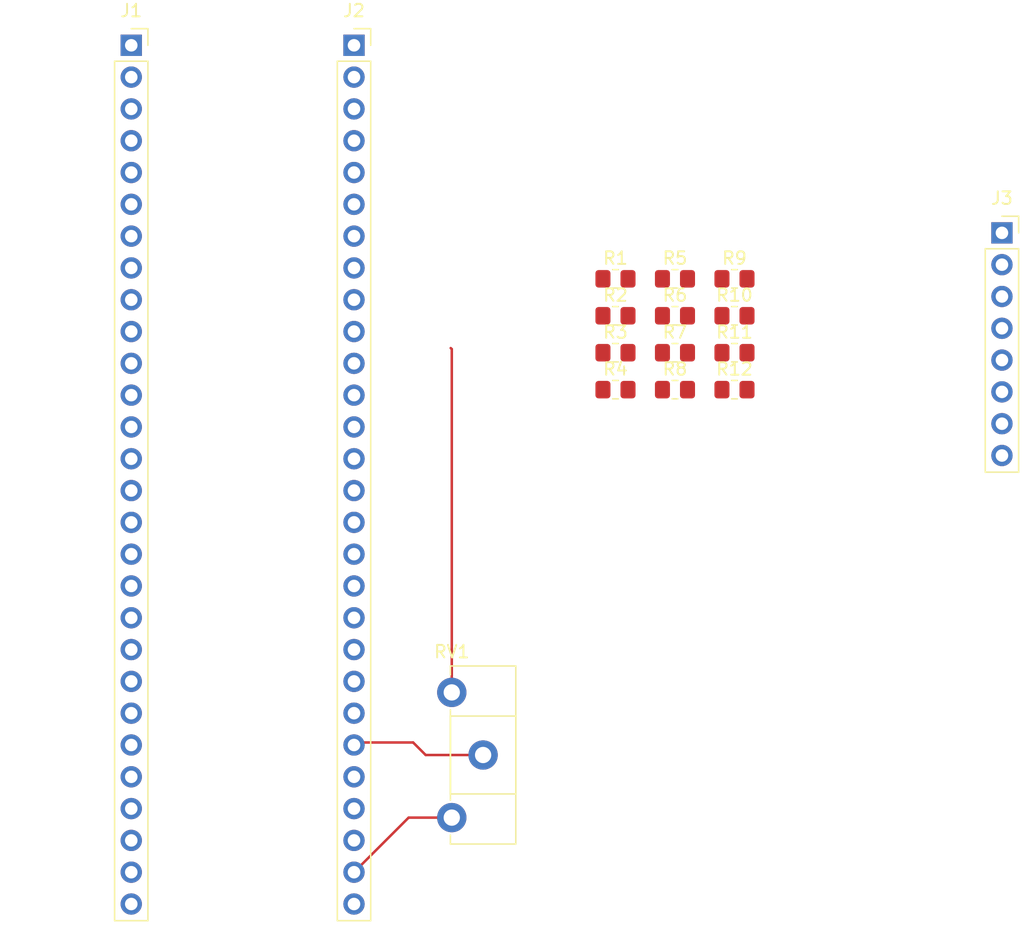
<source format=kicad_pcb>
(kicad_pcb (version 20241229) (generator "pcbnew") (generator_version "9.0")
  (layers (0 "F.Cu" signal) (2 "B.Cu" signal) (13 "F.Paste" user) (15 "B.Paste" user) (5 "F.SilkS" user "F.Silkscreen") (7 "B.SilkS" user "B.Silkscreen") (1 "F.Mask" user) (3 "B.Mask" user) (25 "Edge.Cuts" user))
  (net 0 "")
  (net 2 "GPIO0")
  (net 21 "+3.3V")
  (net 22 "+5V")
  (net 38 "Net-(J2-Pin_23)")
  (net 49 "Net-(J3-Pin_4)")
  (net 50 "Net-(J3-Pin_8)")
  (net 51 "Net-(J3-Pin_5)")
  (net 52 "Net-(J3-Pin_2)")
  (net 53 "Net-(J3-Pin_3)")
  (net 54 "Net-(J3-Pin_1)")
  (net 55 "Net-(J3-Pin_6)")
  (net 56 "Net-(J3-Pin_7)")
  (net 65 "GND")
  (footprint "Connector_PinSocket_2.54mm:PinSocket_1x28_P2.54mm_Vertical" (layer "F.Cu") (at 37.5 47.32)
    (property "Reference" "J1" (at 0 -2.77 0) (layer "F.SilkS"))
    (property "Value" "PROTON_CONN_LEFT")
    (fp_line (start -1.33 1.27) (end -1.33 69.91) (stroke (width 0.12)) (layer "F.SilkS"))
    (fp_line (start -1.33 1.27) (end 1.33 1.27) (stroke (width 0.12)) (layer "F.SilkS"))
    (fp_line (start -1.33 69.91) (end 1.33 69.91) (stroke (width 0.12)) (layer "F.SilkS"))
    (fp_line (start 0 -1.33) (end 1.33 -1.33) (stroke (width 0.12)) (layer "F.SilkS"))
    (fp_line (start 1.33 -1.33) (end 1.33 0) (stroke (width 0.12)) (layer "F.SilkS"))
    (fp_line (start 1.33 1.27) (end 1.33 69.91) (stroke (width 0.12)) (layer "F.SilkS"))
    (pad "1" thru_hole rect (at 0 0) (size 1.7 1.7) (drill 1) (layers "*.Cu" "*.Mask") (net 22 "+5V"))
    (pad "2" thru_hole circle (at 0 2.54) (size 1.7 1.7) (drill 1) (layers "*.Cu" "*.Mask") (net 21 "+3.3V"))
    (pad "3" thru_hole circle (at 0 5.08) (size 1.7 1.7) (drill 1) (layers "*.Cu" "*.Mask") (net 2 "GPIO0"))
    (pad "4" thru_hole circle (at 0 7.62) (size 1.7 1.7) (drill 1) (layers "*.Cu" "*.Mask"))
    (pad "5" thru_hole circle (at 0 10.16) (size 1.7 1.7) (drill 1) (layers "*.Cu" "*.Mask"))
    (pad "6" thru_hole circle (at 0 12.7) (size 1.7 1.7) (drill 1) (layers "*.Cu" "*.Mask"))
    (pad "7" thru_hole circle (at 0 15.24) (size 1.7 1.7) (drill 1) (layers "*.Cu" "*.Mask"))
    (pad "8" thru_hole circle (at 0 17.78) (size 1.7 1.7) (drill 1) (layers "*.Cu" "*.Mask"))
    (pad "9" thru_hole circle (at 0 20.32) (size 1.7 1.7) (drill 1) (layers "*.Cu" "*.Mask"))
    (pad "10" thru_hole circle (at 0 22.86) (size 1.7 1.7) (drill 1) (layers "*.Cu" "*.Mask"))
    (pad "11" thru_hole circle (at 0 25.4) (size 1.7 1.7) (drill 1) (layers "*.Cu" "*.Mask"))
    (pad "12" thru_hole circle (at 0 27.94) (size 1.7 1.7) (drill 1) (layers "*.Cu" "*.Mask"))
    (pad "13" thru_hole circle (at 0 30.48) (size 1.7 1.7) (drill 1) (layers "*.Cu" "*.Mask"))
    (pad "14" thru_hole circle (at 0 33.02) (size 1.7 1.7) (drill 1) (layers "*.Cu" "*.Mask"))
    (pad "15" thru_hole circle (at 0 35.56) (size 1.7 1.7) (drill 1) (layers "*.Cu" "*.Mask"))
    (pad "16" thru_hole circle (at 0 38.1) (size 1.7 1.7) (drill 1) (layers "*.Cu" "*.Mask"))
    (pad "17" thru_hole circle (at 0 40.64) (size 1.7 1.7) (drill 1) (layers "*.Cu" "*.Mask"))
    (pad "18" thru_hole circle (at 0 43.18) (size 1.7 1.7) (drill 1) (layers "*.Cu" "*.Mask"))
    (pad "19" thru_hole circle (at 0 45.72) (size 1.7 1.7) (drill 1) (layers "*.Cu" "*.Mask"))
    (pad "20" thru_hole circle (at 0 48.26) (size 1.7 1.7) (drill 1) (layers "*.Cu" "*.Mask"))
    (pad "21" thru_hole circle (at 0 50.8) (size 1.7 1.7) (drill 1) (layers "*.Cu" "*.Mask"))
    (pad "22" thru_hole circle (at 0 53.34) (size 1.7 1.7) (drill 1) (layers "*.Cu" "*.Mask"))
    (pad "23" thru_hole circle (at 0 55.88) (size 1.7 1.7) (drill 1) (layers "*.Cu" "*.Mask"))
    (pad "24" thru_hole circle (at 0 58.42) (size 1.7 1.7) (drill 1) (layers "*.Cu" "*.Mask"))
    (pad "25" thru_hole circle (at 0 60.96) (size 1.7 1.7) (drill 1) (layers "*.Cu" "*.Mask"))
    (pad "26" thru_hole circle (at 0 63.5) (size 1.7 1.7) (drill 1) (layers "*.Cu" "*.Mask"))
    (pad "27" thru_hole circle (at 0 66.04) (size 1.7 1.7) (drill 1) (layers "*.Cu" "*.Mask"))
    (pad "28" thru_hole circle (at 0 68.58) (size 1.7 1.7) (drill 1) (layers "*.Cu" "*.Mask"))
  )
  (footprint "Resistor_SMD:R_0805_2012Metric_Pad1.20x1.40mm_HandSolder" (layer "F.Cu") (at 80.9 71.87)
    (property "Reference" "R7" (at 0 -1.65 0) (layer "F.SilkS"))
    (property "Value" "1k")
    (fp_line (start -0.227064 -0.735) (end 0.227064 -0.735) (stroke (width 0.12)) (layer "F.SilkS"))
    (fp_line (start -0.227064 0.735) (end 0.227064 0.735) (stroke (width 0.12)) (layer "F.SilkS"))
    (pad "1" smd roundrect (at -1 0) (size 1.2 1.4) (layers "F.Cu" "F.Mask" "F.Paste") (roundrect_rratio 0.208333))
    (pad "2" smd roundrect (at 1 0) (size 1.2 1.4) (layers "F.Cu" "F.Mask" "F.Paste") (roundrect_rratio 0.208333) (net 52 "Net-(J3-Pin_2)"))
  )
  (footprint "Resistor_SMD:R_0805_2012Metric_Pad1.20x1.40mm_HandSolder" (layer "F.Cu") (at 76.15 74.82)
    (property "Reference" "R4" (at 0 -1.65 0) (layer "F.SilkS"))
    (property "Value" "1k")
    (fp_line (start -0.227064 -0.735) (end 0.227064 -0.735) (stroke (width 0.12)) (layer "F.SilkS"))
    (fp_line (start -0.227064 0.735) (end 0.227064 0.735) (stroke (width 0.12)) (layer "F.SilkS"))
    (pad "1" smd roundrect (at -1 0) (size 1.2 1.4) (layers "F.Cu" "F.Mask" "F.Paste") (roundrect_rratio 0.208333))
    (pad "2" smd roundrect (at 1 0) (size 1.2 1.4) (layers "F.Cu" "F.Mask" "F.Paste") (roundrect_rratio 0.208333) (net 51 "Net-(J3-Pin_5)"))
  )
  (footprint "Resistor_SMD:R_0805_2012Metric_Pad1.20x1.40mm_HandSolder" (layer "F.Cu") (at 80.9 68.92)
    (property "Reference" "R6" (at 0 -1.65 0) (layer "F.SilkS"))
    (property "Value" "1k")
    (fp_line (start -0.227064 -0.735) (end 0.227064 -0.735) (stroke (width 0.12)) (layer "F.SilkS"))
    (fp_line (start -0.227064 0.735) (end 0.227064 0.735) (stroke (width 0.12)) (layer "F.SilkS"))
    (pad "1" smd roundrect (at -1 0) (size 1.2 1.4) (layers "F.Cu" "F.Mask" "F.Paste") (roundrect_rratio 0.208333))
    (pad "2" smd roundrect (at 1 0) (size 1.2 1.4) (layers "F.Cu" "F.Mask" "F.Paste") (roundrect_rratio 0.208333) (net 53 "Net-(J3-Pin_3)"))
  )
  (footprint "Resistor_SMD:R_0805_2012Metric_Pad1.20x1.40mm_HandSolder" (layer "F.Cu") (at 85.65 71.87)
    (property "Reference" "R11" (at 0 -1.65 0) (layer "F.SilkS"))
    (property "Value" "10k")
    (fp_line (start -0.227064 -0.735) (end 0.227064 -0.735) (stroke (width 0.12)) (layer "F.SilkS"))
    (fp_line (start -0.227064 0.735) (end 0.227064 0.735) (stroke (width 0.12)) (layer "F.SilkS"))
    (pad "1" smd roundrect (at -1 0) (size 1.2 1.4) (layers "F.Cu" "F.Mask" "F.Paste") (roundrect_rratio 0.208333) (net 65 "GND"))
    (pad "2" smd roundrect (at 1 0) (size 1.2 1.4) (layers "F.Cu" "F.Mask" "F.Paste") (roundrect_rratio 0.208333) (net 50 "Net-(J3-Pin_8)"))
  )
  (footprint "Resistor_SMD:R_0805_2012Metric_Pad1.20x1.40mm_HandSolder" (layer "F.Cu") (at 80.9 65.97)
    (property "Reference" "R5" (at 0 -1.65 0) (layer "F.SilkS"))
    (property "Value" "1k")
    (fp_line (start -0.227064 -0.735) (end 0.227064 -0.735) (stroke (width 0.12)) (layer "F.SilkS"))
    (fp_line (start -0.227064 0.735) (end 0.227064 0.735) (stroke (width 0.12)) (layer "F.SilkS"))
    (pad "1" smd roundrect (at -1 0) (size 1.2 1.4) (layers "F.Cu" "F.Mask" "F.Paste") (roundrect_rratio 0.208333))
    (pad "2" smd roundrect (at 1 0) (size 1.2 1.4) (layers "F.Cu" "F.Mask" "F.Paste") (roundrect_rratio 0.208333) (net 49 "Net-(J3-Pin_4)"))
  )
  (footprint "Resistor_SMD:R_0805_2012Metric_Pad1.20x1.40mm_HandSolder" (layer "F.Cu") (at 76.15 68.92)
    (property "Reference" "R2" (at 0 -1.65 0) (layer "F.SilkS"))
    (property "Value" "1k")
    (fp_line (start -0.227064 -0.735) (end 0.227064 -0.735) (stroke (width 0.12)) (layer "F.SilkS"))
    (fp_line (start -0.227064 0.735) (end 0.227064 0.735) (stroke (width 0.12)) (layer "F.SilkS"))
    (pad "1" smd roundrect (at -1 0) (size 1.2 1.4) (layers "F.Cu" "F.Mask" "F.Paste") (roundrect_rratio 0.208333))
    (pad "2" smd roundrect (at 1 0) (size 1.2 1.4) (layers "F.Cu" "F.Mask" "F.Paste") (roundrect_rratio 0.208333) (net 56 "Net-(J3-Pin_7)"))
  )
  (footprint "Resistor_SMD:R_0805_2012Metric_Pad1.20x1.40mm_HandSolder" (layer "F.Cu") (at 76.15 71.87)
    (property "Reference" "R3" (at 0 -1.65 0) (layer "F.SilkS"))
    (property "Value" "1k")
    (fp_line (start -0.227064 -0.735) (end 0.227064 -0.735) (stroke (width 0.12)) (layer "F.SilkS"))
    (fp_line (start -0.227064 0.735) (end 0.227064 0.735) (stroke (width 0.12)) (layer "F.SilkS"))
    (pad "1" smd roundrect (at -1 0) (size 1.2 1.4) (layers "F.Cu" "F.Mask" "F.Paste") (roundrect_rratio 0.208333))
    (pad "2" smd roundrect (at 1 0) (size 1.2 1.4) (layers "F.Cu" "F.Mask" "F.Paste") (roundrect_rratio 0.208333) (net 55 "Net-(J3-Pin_6)"))
  )
  (footprint "Resistor_SMD:R_0805_2012Metric_Pad1.20x1.40mm_HandSolder" (layer "F.Cu") (at 76.15 65.97)
    (property "Reference" "R1" (at 0 -1.65 0) (layer "F.SilkS"))
    (property "Value" "1k")
    (fp_line (start -0.227064 -0.735) (end 0.227064 -0.735) (stroke (width 0.12)) (layer "F.SilkS"))
    (fp_line (start -0.227064 0.735) (end 0.227064 0.735) (stroke (width 0.12)) (layer "F.SilkS"))
    (pad "1" smd roundrect (at -1 0) (size 1.2 1.4) (layers "F.Cu" "F.Mask" "F.Paste") (roundrect_rratio 0.208333))
    (pad "2" smd roundrect (at 1 0) (size 1.2 1.4) (layers "F.Cu" "F.Mask" "F.Paste") (roundrect_rratio 0.208333) (net 50 "Net-(J3-Pin_8)"))
  )
  (footprint "Resistor_SMD:R_0805_2012Metric_Pad1.20x1.40mm_HandSolder" (layer "F.Cu") (at 85.65 74.82)
    (property "Reference" "R12" (at 0 -1.65 0) (layer "F.SilkS"))
    (property "Value" "10k")
    (fp_line (start -0.227064 -0.735) (end 0.227064 -0.735) (stroke (width 0.12)) (layer "F.SilkS"))
    (fp_line (start -0.227064 0.735) (end 0.227064 0.735) (stroke (width 0.12)) (layer "F.SilkS"))
    (pad "1" smd roundrect (at -1 0) (size 1.2 1.4) (layers "F.Cu" "F.Mask" "F.Paste") (roundrect_rratio 0.208333) (net 65 "GND"))
    (pad "2" smd roundrect (at 1 0) (size 1.2 1.4) (layers "F.Cu" "F.Mask" "F.Paste") (roundrect_rratio 0.208333) (net 56 "Net-(J3-Pin_7)"))
  )
  (footprint "Resistor_SMD:R_0805_2012Metric_Pad1.20x1.40mm_HandSolder" (layer "F.Cu") (at 85.65 65.97)
    (property "Reference" "R9" (at 0 -1.65 0) (layer "F.SilkS"))
    (property "Value" "10k")
    (fp_line (start -0.227064 -0.735) (end 0.227064 -0.735) (stroke (width 0.12)) (layer "F.SilkS"))
    (fp_line (start -0.227064 0.735) (end 0.227064 0.735) (stroke (width 0.12)) (layer "F.SilkS"))
    (pad "1" smd roundrect (at -1 0) (size 1.2 1.4) (layers "F.Cu" "F.Mask" "F.Paste") (roundrect_rratio 0.208333) (net 65 "GND"))
    (pad "2" smd roundrect (at 1 0) (size 1.2 1.4) (layers "F.Cu" "F.Mask" "F.Paste") (roundrect_rratio 0.208333) (net 51 "Net-(J3-Pin_5)"))
  )
  (footprint "Connector_PinSocket_2.54mm:PinSocket_1x28_P2.54mm_Vertical" (layer "F.Cu") (at 55.28 47.32)
    (property "Reference" "J2" (at 0 -2.77 0) (layer "F.SilkS"))
    (property "Value" "PROTON_CONN_RIGHT")
    (fp_line (start -1.33 1.27) (end -1.33 69.91) (stroke (width 0.12)) (layer "F.SilkS"))
    (fp_line (start -1.33 1.27) (end 1.33 1.27) (stroke (width 0.12)) (layer "F.SilkS"))
    (fp_line (start -1.33 69.91) (end 1.33 69.91) (stroke (width 0.12)) (layer "F.SilkS"))
    (fp_line (start 0 -1.33) (end 1.33 -1.33) (stroke (width 0.12)) (layer "F.SilkS"))
    (fp_line (start 1.33 -1.33) (end 1.33 0) (stroke (width 0.12)) (layer "F.SilkS"))
    (fp_line (start 1.33 1.27) (end 1.33 69.91) (stroke (width 0.12)) (layer "F.SilkS"))
    (pad "1" thru_hole rect (at 0 0) (size 1.7 1.7) (drill 1) (layers "*.Cu" "*.Mask"))
    (pad "2" thru_hole circle (at 0 2.54) (size 1.7 1.7) (drill 1) (layers "*.Cu" "*.Mask"))
    (pad "3" thru_hole circle (at 0 5.08) (size 1.7 1.7) (drill 1) (layers "*.Cu" "*.Mask"))
    (pad "4" thru_hole circle (at 0 7.62) (size 1.7 1.7) (drill 1) (layers "*.Cu" "*.Mask"))
    (pad "5" thru_hole circle (at 0 10.16) (size 1.7 1.7) (drill 1) (layers "*.Cu" "*.Mask"))
    (pad "6" thru_hole circle (at 0 12.7) (size 1.7 1.7) (drill 1) (layers "*.Cu" "*.Mask"))
    (pad "7" thru_hole circle (at 0 15.24) (size 1.7 1.7) (drill 1) (layers "*.Cu" "*.Mask"))
    (pad "8" thru_hole circle (at 0 17.78) (size 1.7 1.7) (drill 1) (layers "*.Cu" "*.Mask"))
    (pad "9" thru_hole circle (at 0 20.32) (size 1.7 1.7) (drill 1) (layers "*.Cu" "*.Mask"))
    (pad "10" thru_hole circle (at 0 22.86) (size 1.7 1.7) (drill 1) (layers "*.Cu" "*.Mask"))
    (pad "11" thru_hole circle (at 0 25.4) (size 1.7 1.7) (drill 1) (layers "*.Cu" "*.Mask"))
    (pad "12" thru_hole circle (at 0 27.94) (size 1.7 1.7) (drill 1) (layers "*.Cu" "*.Mask"))
    (pad "13" thru_hole circle (at 0 30.48) (size 1.7 1.7) (drill 1) (layers "*.Cu" "*.Mask"))
    (pad "14" thru_hole circle (at 0 33.02) (size 1.7 1.7) (drill 1) (layers "*.Cu" "*.Mask"))
    (pad "15" thru_hole circle (at 0 35.56) (size 1.7 1.7) (drill 1) (layers "*.Cu" "*.Mask"))
    (pad "16" thru_hole circle (at 0 38.1) (size 1.7 1.7) (drill 1) (layers "*.Cu" "*.Mask"))
    (pad "17" thru_hole circle (at 0 40.64) (size 1.7 1.7) (drill 1) (layers "*.Cu" "*.Mask"))
    (pad "18" thru_hole circle (at 0 43.18) (size 1.7 1.7) (drill 1) (layers "*.Cu" "*.Mask"))
    (pad "19" thru_hole circle (at 0 45.72) (size 1.7 1.7) (drill 1) (layers "*.Cu" "*.Mask"))
    (pad "20" thru_hole circle (at 0 48.26) (size 1.7 1.7) (drill 1) (layers "*.Cu" "*.Mask"))
    (pad "21" thru_hole circle (at 0 50.8) (size 1.7 1.7) (drill 1) (layers "*.Cu" "*.Mask"))
    (pad "22" thru_hole circle (at 0 53.34) (size 1.7 1.7) (drill 1) (layers "*.Cu" "*.Mask"))
    (pad "23" thru_hole circle (at 0 55.88) (size 1.7 1.7) (drill 1) (layers "*.Cu" "*.Mask") (net 38 "Net-(J2-Pin_23)"))
    (pad "24" thru_hole circle (at 0 58.42) (size 1.7 1.7) (drill 1) (layers "*.Cu" "*.Mask"))
    (pad "25" thru_hole circle (at 0 60.96) (size 1.7 1.7) (drill 1) (layers "*.Cu" "*.Mask"))
    (pad "26" thru_hole circle (at 0 63.5) (size 1.7 1.7) (drill 1) (layers "*.Cu" "*.Mask"))
    (pad "27" thru_hole circle (at 0 66.04) (size 1.7 1.7) (drill 1) (layers "*.Cu" "*.Mask") (net 21 "+3.3V"))
    (pad "28" thru_hole circle (at 0 68.58) (size 1.7 1.7) (drill 1) (layers "*.Cu" "*.Mask") (net 22 "+5V"))
  )
  (footprint "Resistor_SMD:R_0805_2012Metric_Pad1.20x1.40mm_HandSolder" (layer "F.Cu") (at 80.9 74.82)
    (property "Reference" "R8" (at 0 -1.65 0) (layer "F.SilkS"))
    (property "Value" "1k")
    (fp_line (start -0.227064 -0.735) (end 0.227064 -0.735) (stroke (width 0.12)) (layer "F.SilkS"))
    (fp_line (start -0.227064 0.735) (end 0.227064 0.735) (stroke (width 0.12)) (layer "F.SilkS"))
    (pad "1" smd roundrect (at -1 0) (size 1.2 1.4) (layers "F.Cu" "F.Mask" "F.Paste") (roundrect_rratio 0.208333))
    (pad "2" smd roundrect (at 1 0) (size 1.2 1.4) (layers "F.Cu" "F.Mask" "F.Paste") (roundrect_rratio 0.208333) (net 54 "Net-(J3-Pin_1)"))
  )
  (footprint "Connector_PinSocket_2.54mm:PinSocket_1x08_P2.54mm_Vertical" (layer "F.Cu") (at 107 62.3)
    (property "Reference" "J3" (at 0 -2.77 0) (layer "F.SilkS"))
    (property "Value" "DISPLAY_CONN")
    (fp_line (start -1.33 1.27) (end -1.33 19.11) (stroke (width 0.12)) (layer "F.SilkS"))
    (fp_line (start -1.33 1.27) (end 1.33 1.27) (stroke (width 0.12)) (layer "F.SilkS"))
    (fp_line (start -1.33 19.11) (end 1.33 19.11) (stroke (width 0.12)) (layer "F.SilkS"))
    (fp_line (start 0 -1.33) (end 1.33 -1.33) (stroke (width 0.12)) (layer "F.SilkS"))
    (fp_line (start 1.33 -1.33) (end 1.33 0) (stroke (width 0.12)) (layer "F.SilkS"))
    (fp_line (start 1.33 1.27) (end 1.33 19.11) (stroke (width 0.12)) (layer "F.SilkS"))
    (pad "1" thru_hole rect (at 0 0) (size 1.7 1.7) (drill 1) (layers "*.Cu" "*.Mask") (net 54 "Net-(J3-Pin_1)"))
    (pad "2" thru_hole circle (at 0 2.54) (size 1.7 1.7) (drill 1) (layers "*.Cu" "*.Mask") (net 52 "Net-(J3-Pin_2)"))
    (pad "3" thru_hole circle (at 0 5.08) (size 1.7 1.7) (drill 1) (layers "*.Cu" "*.Mask") (net 53 "Net-(J3-Pin_3)"))
    (pad "4" thru_hole circle (at 0 7.62) (size 1.7 1.7) (drill 1) (layers "*.Cu" "*.Mask") (net 49 "Net-(J3-Pin_4)"))
    (pad "5" thru_hole circle (at 0 10.16) (size 1.7 1.7) (drill 1) (layers "*.Cu" "*.Mask") (net 51 "Net-(J3-Pin_5)"))
    (pad "6" thru_hole circle (at 0 12.7) (size 1.7 1.7) (drill 1) (layers "*.Cu" "*.Mask") (net 55 "Net-(J3-Pin_6)"))
    (pad "7" thru_hole circle (at 0 15.24) (size 1.7 1.7) (drill 1) (layers "*.Cu" "*.Mask") (net 56 "Net-(J3-Pin_7)"))
    (pad "8" thru_hole circle (at 0 17.78) (size 1.7 1.7) (drill 1) (layers "*.Cu" "*.Mask") (net 50 "Net-(J3-Pin_8)"))
  )
  (footprint "Potentiometer_THT:Potentiometer_ACP_CA14-H2,5_Horizontal" (layer "F.Cu") (at 63.085 99)
    (property "Reference" "RV1" (at 0 -3.25 0) (layer "F.SilkS"))
    (property "Value" "VOL_POTENTIOMETER")
    (fp_line (start -0.11 -2.11) (end 5.11 -2.11) (stroke (width 0.12)) (layer "F.SilkS"))
    (fp_line (start -0.11 -1.396) (end -0.11 -2.11) (stroke (width 0.12)) (layer "F.SilkS"))
    (fp_line (start -0.11 1.89) (end 5.11 1.89) (stroke (width 0.12)) (layer "F.SilkS"))
    (fp_line (start -0.11 8.11) (end -0.11 1.89) (stroke (width 0.12)) (layer "F.SilkS"))
    (fp_line (start -0.11 8.604) (end -0.11 1.396) (stroke (width 0.12)) (layer "F.SilkS"))
    (fp_line (start -0.11 12.11) (end -0.11 11.396) (stroke (width 0.12)) (layer "F.SilkS"))
    (fp_line (start 5.11 -2.11) (end 5.11 12.11) (stroke (width 0.12)) (layer "F.SilkS"))
    (fp_line (start 5.11 1.89) (end 5.11 8.11) (stroke (width 0.12)) (layer "F.SilkS"))
    (fp_line (start 5.11 8.11) (end -0.11 8.11) (stroke (width 0.12)) (layer "F.SilkS"))
    (fp_line (start 5.11 12.11) (end -0.11 12.11) (stroke (width 0.12)) (layer "F.SilkS"))
    (pad "1" thru_hole circle (at 0 0) (size 2.34 2.34) (drill 1.3) (layers "*.Cu" "*.Mask") (net 65 "GND"))
    (pad "2" thru_hole circle (at 2.5 5) (size 2.34 2.34) (drill 1.3) (layers "*.Cu" "*.Mask") (net 38 "Net-(J2-Pin_23)"))
    (pad "3" thru_hole circle (at 0 10) (size 2.34 2.34) (drill 1.3) (layers "*.Cu" "*.Mask") (net 21 "+3.3V"))
  )
  (footprint "Resistor_SMD:R_0805_2012Metric_Pad1.20x1.40mm_HandSolder" (layer "F.Cu") (at 85.65 68.92)
    (property "Reference" "R10" (at 0 -1.65 0) (layer "F.SilkS"))
    (property "Value" "10k")
    (fp_line (start -0.227064 -0.735) (end 0.227064 -0.735) (stroke (width 0.12)) (layer "F.SilkS"))
    (fp_line (start -0.227064 0.735) (end 0.227064 0.735) (stroke (width 0.12)) (layer "F.SilkS"))
    (pad "1" smd roundrect (at -1 0) (size 1.2 1.4) (layers "F.Cu" "F.Mask" "F.Paste") (roundrect_rratio 0.208333) (net 65 "GND"))
    (pad "2" smd roundrect (at 1 0) (size 1.2 1.4) (layers "F.Cu" "F.Mask" "F.Paste") (roundrect_rratio 0.208333) (net 55 "Net-(J3-Pin_6)"))
  )
  (segment (start 59.64 109) (end 63.085 109) (width 0.2) (layer "F.Cu") (net 21))
  (segment (start 55.28 113.36) (end 59.64 109) (width 0.2) (layer "F.Cu") (net 21))
  (segment (start 60 103) (end 55.48 103) (width 0.2) (layer "F.Cu") (net 38))
  (segment (start 55.48 103) (end 55.28 103.2) (width 0.2) (layer "F.Cu") (net 38))
  (segment (start 61 104) (end 60 103) (width 0.2) (layer "F.Cu") (net 38))
  (segment (start 65.585 104) (end 61 104) (width 0.2) (layer "F.Cu") (net 38))
  (segment (start 63.085 99) (end 63.085 71.585) (width 0.2) (layer "F.Cu") (net 65))
  (segment (start 63.085 71.585) (end 63 71.5) (width 0.2) (layer "F.Cu") (net 65))
)
</source>
